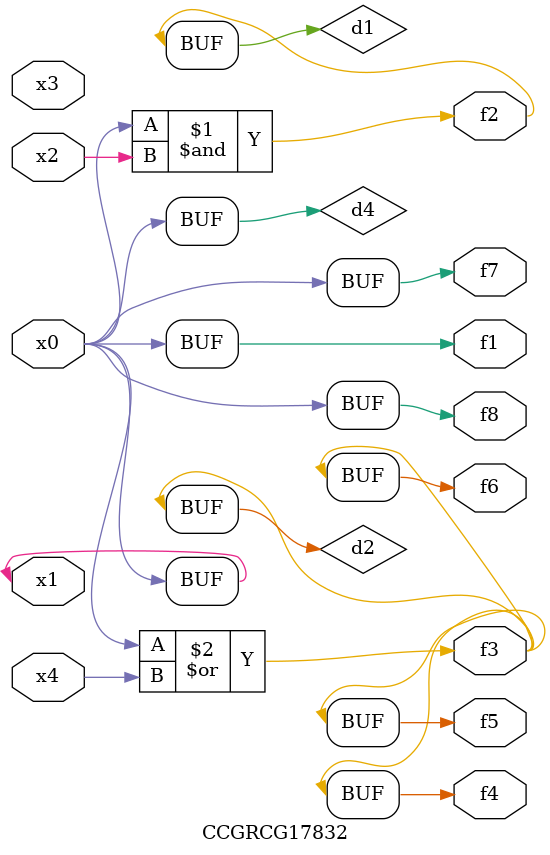
<source format=v>
module CCGRCG17832(
	input x0, x1, x2, x3, x4,
	output f1, f2, f3, f4, f5, f6, f7, f8
);

	wire d1, d2, d3, d4;

	and (d1, x0, x2);
	or (d2, x0, x4);
	nand (d3, x0, x2);
	buf (d4, x0, x1);
	assign f1 = d4;
	assign f2 = d1;
	assign f3 = d2;
	assign f4 = d2;
	assign f5 = d2;
	assign f6 = d2;
	assign f7 = d4;
	assign f8 = d4;
endmodule

</source>
